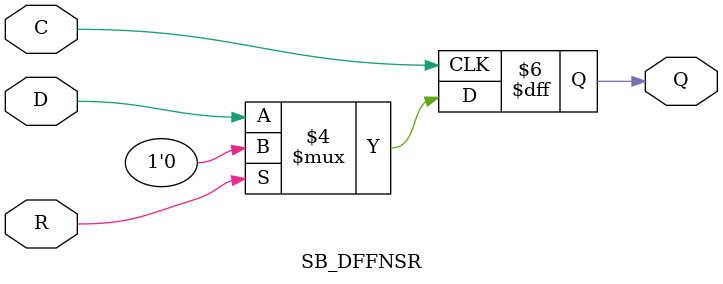
<source format=v>
module SB_DFFNSR (output Q, input C, R, D);
	reg Q = 0;
	always @(negedge C)
		if (R)
			Q <= 0;
		else
			Q <= D;
endmodule

</source>
